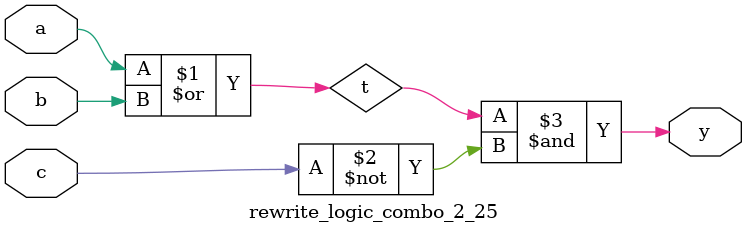
<source format=sv>
module rewrite_logic_combo_2_25(input logic a,b,c, output logic y);
  logic t;
  assign t = a | b;
  assign y = t & ~c;
endmodule

</source>
